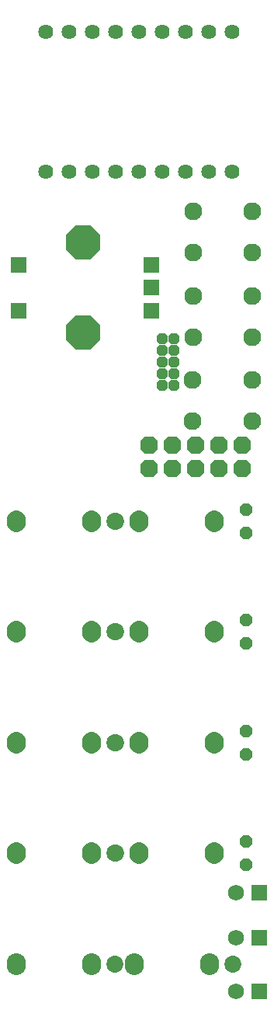
<source format=gbs>
G04 DipTrace 3.1.0.0*
G04 working.GBS*
%MOIN*%
G04 #@! TF.FileFunction,Soldermask,Bot*
G04 #@! TF.Part,Single*
%AMOUTLINE43*
4,1,16,
0.0415,0.005451,
0.037483,0.023051,
0.025939,0.037527,
0.009258,0.04556,
-0.009258,0.04556,
-0.025939,0.037527,
-0.037483,0.023051,
-0.0415,0.005451,
-0.0415,-0.005451,
-0.037483,-0.023051,
-0.025939,-0.037527,
-0.009258,-0.04556,
0.009258,-0.04556,
0.025939,-0.037527,
0.037483,-0.023051,
0.0415,-0.005451,
0.0415,0.005451,
0*%
%AMOUTLINE46*5,1,8,0,0,0.082659,-202.499269*%
%AMOUTLINE49*5,1,8,0,0,0.052659,67.500896*%
%AMOUTLINE52*5,1,8,0,0,0.06066,-67.499462*%
%AMOUTLINE64*5,1,8,0,0,0.158896,-67.499874*%
%ADD53C,0.077*%
%ADD55R,0.06737X0.06737*%
%ADD59C,0.068*%
%ADD60R,0.068X0.068*%
%ADD62O,0.083X0.093*%
%ADD64C,0.073*%
%ADD68C,0.064*%
%ADD118OUTLINE43*%
%ADD121OUTLINE46*%
%ADD124OUTLINE49*%
%ADD127OUTLINE52*%
%ADD139OUTLINE64*%
%FSLAX26Y26*%
G04*
G70*
G90*
G75*
G01*
G04 BotMask*
%LPD*%
D68*
X1379000Y3994000D3*
X1279000D3*
X1179000D3*
X1079000D3*
X979000D3*
X879000D3*
X779000D3*
X679000D3*
X579000D3*
Y4594000D3*
X679000D3*
X779000D3*
X879000D3*
X979000D3*
X1079000D3*
X1179000D3*
X1279000D3*
X1379000D3*
D118*
X778500Y2494000D3*
X453500D3*
D64*
X878500D3*
D118*
X979499D3*
X1304499D3*
D64*
X879499D3*
D118*
X778500Y2019000D3*
X453500D3*
D64*
X878500D3*
D118*
X979499D3*
X1304499D3*
D64*
X879499D3*
D118*
X778500Y1544000D3*
X453500D3*
D64*
X878500D3*
D118*
X979499D3*
X1304499D3*
D64*
X879499D3*
D118*
X778500Y1069000D3*
X453500D3*
D64*
X878500D3*
D118*
X979499D3*
X1304499D3*
D64*
X879499D3*
D62*
X1284749Y594000D3*
X959749D3*
D64*
X1384749D3*
D62*
X778500D3*
X453500D3*
D64*
X878500D3*
D60*
X1497751Y475249D3*
D59*
X1397751D3*
D60*
X1497751Y706500D3*
D59*
X1397751D3*
D60*
X1497751Y900249D3*
D59*
X1397751D3*
D121*
X1422748Y2819000D3*
Y2719000D3*
X1322748Y2819000D3*
Y2719000D3*
X1222748Y2819000D3*
Y2719000D3*
X1122748Y2819000D3*
Y2719000D3*
X1022748Y2819000D3*
Y2719000D3*
D124*
X1129000Y3075249D3*
X1079001D3*
X1129000Y3125249D3*
X1079001D3*
X1129000Y3175249D3*
X1079001D3*
X1129000Y3225249D3*
X1079001D3*
X1129000Y3275249D3*
X1079001D3*
D127*
X1441500Y2544000D3*
Y2444000D3*
Y2069000D3*
Y1969000D3*
Y1594000D3*
Y1494000D3*
Y1119000D3*
Y1019000D3*
D55*
X1035249Y3594000D3*
Y3397150D3*
Y3495575D3*
X464383Y3594000D3*
Y3397150D3*
D139*
X739974Y3688488D3*
Y3302661D3*
D53*
X1466500Y3100249D3*
Y2923084D3*
X1210594D3*
X1210547Y3100667D3*
X1468370Y3460535D3*
Y3283370D3*
X1212465D3*
X1212417Y3460953D3*
X1212465Y3645870D3*
Y3823035D3*
X1468370D3*
X1468417Y3645453D3*
M02*

</source>
